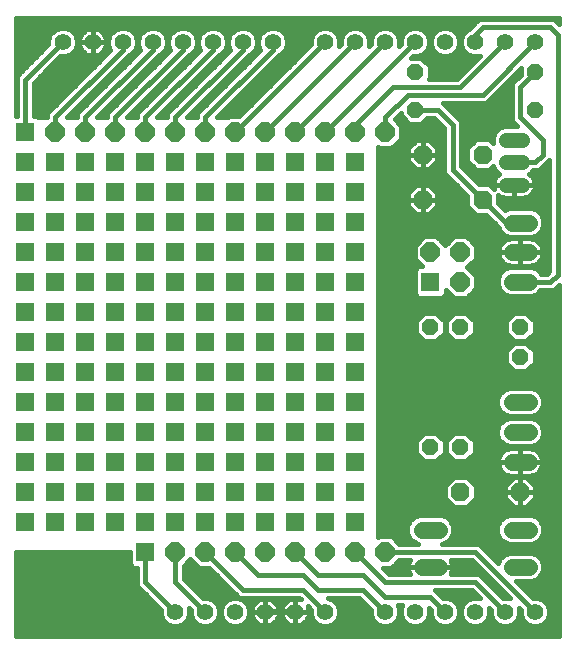
<source format=gbl>
G75*
G70*
%OFA0B0*%
%FSLAX24Y24*%
%IPPOS*%
%LPD*%
%AMOC8*
5,1,8,0,0,1.08239X$1,22.5*
%
%ADD10C,0.0555*%
%ADD11C,0.0560*%
%ADD12C,0.0516*%
%ADD13OC8,0.0560*%
%ADD14R,0.0640X0.0640*%
%ADD15OC8,0.0640*%
%ADD16OC8,0.0630*%
%ADD17R,0.0600X0.0600*%
%ADD18C,0.0200*%
%ADD19C,0.0160*%
%ADD20C,0.0400*%
D10*
X005681Y001343D03*
X006681Y001343D03*
X007681Y001343D03*
X008681Y001343D03*
X009681Y001343D03*
X010681Y001343D03*
X012681Y001343D03*
X013681Y001343D03*
X014681Y001343D03*
X015681Y001343D03*
X016681Y001343D03*
X017681Y001343D03*
X017681Y020343D03*
X016681Y020343D03*
X015681Y020343D03*
X014681Y020343D03*
X013681Y020343D03*
X012681Y020343D03*
X011681Y020343D03*
X010681Y020343D03*
X008931Y020343D03*
X007931Y020343D03*
X006931Y020343D03*
X005931Y020343D03*
X004931Y020343D03*
X003931Y020343D03*
X002931Y020343D03*
X001931Y020343D03*
D11*
X016912Y014326D02*
X017472Y014326D01*
X017472Y013342D02*
X016912Y013342D01*
X016912Y012358D02*
X017472Y012358D01*
X017461Y008343D02*
X016901Y008343D01*
X016901Y007343D02*
X017461Y007343D01*
X017461Y006343D02*
X016901Y006343D01*
X016901Y004093D02*
X017461Y004093D01*
X017461Y002843D02*
X016901Y002843D01*
X014461Y002843D02*
X013901Y002843D01*
X013901Y004093D02*
X014461Y004093D01*
D12*
X016723Y015591D02*
X017238Y015591D01*
X017238Y016343D02*
X016723Y016343D01*
X016723Y017091D02*
X017238Y017091D01*
D13*
X017681Y018093D03*
X017681Y019343D03*
X013681Y019343D03*
X013681Y018093D03*
X014181Y010843D03*
X015181Y010843D03*
X017181Y010843D03*
X017181Y009843D03*
X015181Y006843D03*
X014181Y006843D03*
D14*
X014181Y012343D03*
X000681Y017343D03*
X004681Y003343D03*
D15*
X005681Y003343D03*
X006681Y003343D03*
X007681Y003343D03*
X008681Y003343D03*
X009681Y003343D03*
X010681Y003343D03*
X011681Y003343D03*
X012681Y003343D03*
X015181Y012343D03*
X015181Y013343D03*
X014181Y013343D03*
X012681Y017343D03*
X011681Y017343D03*
X010681Y017343D03*
X009681Y017343D03*
X008681Y017343D03*
X007681Y017343D03*
X006681Y017343D03*
X005681Y017343D03*
X004681Y017343D03*
X003681Y017343D03*
X002681Y017343D03*
X001681Y017343D03*
D16*
X013931Y016593D03*
X015931Y016593D03*
X015931Y015093D03*
X013931Y015093D03*
X015181Y005343D03*
X017181Y005343D03*
D17*
X012681Y005343D03*
X011681Y005343D03*
X010681Y005343D03*
X009681Y005343D03*
X008681Y005343D03*
X007681Y005343D03*
X006681Y005343D03*
X005681Y005343D03*
X004681Y005343D03*
X003681Y005343D03*
X002681Y005343D03*
X001681Y005343D03*
X000681Y005343D03*
X000681Y004343D03*
X001681Y004343D03*
X002681Y004343D03*
X003681Y004343D03*
X004681Y004343D03*
X005681Y004343D03*
X006681Y004343D03*
X007681Y004343D03*
X008681Y004343D03*
X009681Y004343D03*
X010681Y004343D03*
X011681Y004343D03*
X012681Y004343D03*
X012681Y006343D03*
X011681Y006343D03*
X010681Y006343D03*
X009681Y006343D03*
X008681Y006343D03*
X007681Y006343D03*
X006681Y006343D03*
X005681Y006343D03*
X004681Y006343D03*
X003681Y006343D03*
X002681Y006343D03*
X001681Y006343D03*
X000681Y006343D03*
X000681Y007343D03*
X001681Y007343D03*
X002681Y007343D03*
X003681Y007343D03*
X004681Y007343D03*
X005681Y007343D03*
X006681Y007343D03*
X007681Y007343D03*
X008681Y007343D03*
X009681Y007343D03*
X010681Y007343D03*
X011681Y007343D03*
X012681Y007343D03*
X012681Y008343D03*
X011681Y008343D03*
X010681Y008343D03*
X009681Y008343D03*
X008681Y008343D03*
X007681Y008343D03*
X006681Y008343D03*
X005681Y008343D03*
X004681Y008343D03*
X003681Y008343D03*
X002681Y008343D03*
X001681Y008343D03*
X000681Y008343D03*
X000681Y009343D03*
X001681Y009343D03*
X002681Y009343D03*
X003681Y009343D03*
X004681Y009343D03*
X005681Y009343D03*
X006681Y009343D03*
X007681Y009343D03*
X008681Y009343D03*
X009681Y009343D03*
X010681Y009343D03*
X011681Y009343D03*
X012681Y009343D03*
X012681Y010343D03*
X011681Y010343D03*
X010681Y010343D03*
X009681Y010343D03*
X008681Y010343D03*
X007681Y010343D03*
X006681Y010343D03*
X005681Y010343D03*
X004681Y010343D03*
X003681Y010343D03*
X002681Y010343D03*
X001681Y010343D03*
X000681Y010343D03*
X000681Y011343D03*
X001681Y011343D03*
X002681Y011343D03*
X003681Y011343D03*
X004681Y011343D03*
X005681Y011343D03*
X006681Y011343D03*
X007681Y011343D03*
X008681Y011343D03*
X009681Y011343D03*
X010681Y011343D03*
X011681Y011343D03*
X012681Y011343D03*
X012681Y012343D03*
X011681Y012343D03*
X010681Y012343D03*
X009681Y012343D03*
X008681Y012343D03*
X007681Y012343D03*
X006681Y012343D03*
X005681Y012343D03*
X004681Y012343D03*
X003681Y012343D03*
X002681Y012343D03*
X001681Y012343D03*
X000681Y012343D03*
X000681Y013343D03*
X001681Y013343D03*
X002681Y013343D03*
X003681Y013343D03*
X004681Y013343D03*
X005681Y013343D03*
X006681Y013343D03*
X007681Y013343D03*
X008681Y013343D03*
X009681Y013343D03*
X010681Y013343D03*
X011681Y013343D03*
X012681Y013343D03*
X012681Y014343D03*
X011681Y014343D03*
X010681Y014343D03*
X009681Y014343D03*
X008681Y014343D03*
X007681Y014343D03*
X006681Y014343D03*
X005681Y014343D03*
X004681Y014343D03*
X003681Y014343D03*
X002681Y014343D03*
X001681Y014343D03*
X000681Y014343D03*
X000681Y015343D03*
X001681Y015343D03*
X002681Y015343D03*
X003681Y015343D03*
X004681Y015343D03*
X005681Y015343D03*
X006681Y015343D03*
X007681Y015343D03*
X008681Y015343D03*
X009681Y015343D03*
X010681Y015343D03*
X011681Y015343D03*
X012681Y015343D03*
X012681Y016343D03*
X011681Y016343D03*
X010681Y016343D03*
X009681Y016343D03*
X008681Y016343D03*
X007681Y016343D03*
X006681Y016343D03*
X005681Y016343D03*
X004681Y016343D03*
X003681Y016343D03*
X002681Y016343D03*
X001681Y016343D03*
X000681Y016343D03*
D18*
X008681Y001343D02*
X009681Y001343D01*
D19*
X000381Y000543D02*
X000381Y003343D01*
X004161Y003343D01*
X004161Y002940D01*
X004279Y002823D01*
X004401Y002823D01*
X004401Y002398D01*
X004401Y002287D01*
X004444Y002184D01*
X005204Y001424D01*
X005204Y001248D01*
X005277Y001072D01*
X005411Y000938D01*
X005586Y000865D01*
X005776Y000865D01*
X005952Y000938D01*
X006086Y001072D01*
X006159Y001248D01*
X006159Y001438D01*
X006136Y001492D01*
X006204Y001424D01*
X006204Y001248D01*
X006277Y001072D01*
X006411Y000938D01*
X006586Y000865D01*
X006776Y000865D01*
X006952Y000938D01*
X007086Y001072D01*
X007159Y001248D01*
X007159Y001438D01*
X007086Y001613D01*
X006952Y001747D01*
X006776Y001820D01*
X006600Y001820D01*
X005961Y002459D01*
X005961Y002887D01*
X006181Y003107D01*
X006466Y002823D01*
X006805Y002823D01*
X007773Y001855D01*
X007876Y001813D01*
X007987Y001813D01*
X009815Y001813D01*
X009866Y001762D01*
X009857Y001767D01*
X009789Y001789D01*
X009717Y001800D01*
X009682Y001800D01*
X009682Y001343D01*
X010139Y001343D01*
X010139Y001379D01*
X010128Y001450D01*
X010105Y001518D01*
X010101Y001528D01*
X010204Y001424D01*
X010204Y001248D01*
X010277Y001072D01*
X010411Y000938D01*
X010586Y000865D01*
X010776Y000865D01*
X010952Y000938D01*
X011086Y001072D01*
X011159Y001248D01*
X011159Y001438D01*
X011086Y001613D01*
X010952Y001747D01*
X010794Y001813D01*
X011815Y001813D01*
X012204Y001424D01*
X012204Y001248D01*
X012277Y001072D01*
X012411Y000938D01*
X012586Y000865D01*
X012776Y000865D01*
X012952Y000938D01*
X013086Y001072D01*
X013159Y001248D01*
X013159Y001438D01*
X013107Y001563D01*
X013256Y001563D01*
X013204Y001438D01*
X013204Y001248D01*
X013277Y001072D01*
X013411Y000938D01*
X013586Y000865D01*
X013776Y000865D01*
X013952Y000938D01*
X014086Y001072D01*
X014159Y001248D01*
X014159Y001438D01*
X014136Y001492D01*
X014204Y001424D01*
X014204Y001248D01*
X014277Y001072D01*
X014411Y000938D01*
X014586Y000865D01*
X014776Y000865D01*
X014952Y000938D01*
X015086Y001072D01*
X015159Y001248D01*
X015159Y001438D01*
X015086Y001613D01*
X014952Y001747D01*
X014776Y001820D01*
X014600Y001820D01*
X014419Y002001D01*
X014357Y002063D01*
X015565Y002063D01*
X015830Y001798D01*
X015776Y001820D01*
X015586Y001820D01*
X015411Y001747D01*
X015277Y001613D01*
X015204Y001438D01*
X015204Y001248D01*
X015277Y001072D01*
X015411Y000938D01*
X015586Y000865D01*
X015776Y000865D01*
X015952Y000938D01*
X016086Y001072D01*
X016159Y001248D01*
X016159Y001438D01*
X016136Y001492D01*
X016204Y001424D01*
X016204Y001248D01*
X016277Y001072D01*
X016411Y000938D01*
X016586Y000865D01*
X016776Y000865D01*
X016952Y000938D01*
X017086Y001072D01*
X017159Y001248D01*
X017159Y001438D01*
X017136Y001492D01*
X017204Y001424D01*
X017204Y001248D01*
X017277Y001072D01*
X017411Y000938D01*
X017586Y000865D01*
X017776Y000865D01*
X017952Y000938D01*
X018086Y001072D01*
X018159Y001248D01*
X018159Y001438D01*
X018086Y001613D01*
X017952Y001747D01*
X017776Y001820D01*
X017600Y001820D01*
X017057Y002363D01*
X017557Y002363D01*
X017733Y002436D01*
X017868Y002571D01*
X017941Y002747D01*
X017941Y002938D01*
X017868Y003115D01*
X017733Y003250D01*
X017557Y003323D01*
X016806Y003323D01*
X016629Y003250D01*
X016494Y003115D01*
X016439Y002981D01*
X015919Y003501D01*
X015840Y003580D01*
X015737Y003623D01*
X014581Y003623D01*
X014733Y003686D01*
X014868Y003821D01*
X014941Y003997D01*
X014941Y004188D01*
X014868Y004365D01*
X014733Y004500D01*
X014557Y004573D01*
X013806Y004573D01*
X013629Y004500D01*
X013494Y004365D01*
X013421Y004188D01*
X013421Y003997D01*
X013494Y003821D01*
X013629Y003686D01*
X013782Y003623D01*
X013137Y003623D01*
X012897Y003863D01*
X012466Y003863D01*
X012431Y003828D01*
X012431Y016857D01*
X012466Y016823D01*
X012897Y016823D01*
X013201Y017127D01*
X013201Y017558D01*
X012997Y017762D01*
X013201Y017967D01*
X013201Y017894D01*
X013483Y017613D01*
X013880Y017613D01*
X014080Y017813D01*
X014315Y017813D01*
X014651Y017477D01*
X014651Y016148D01*
X014651Y016037D01*
X014694Y015934D01*
X015416Y015212D01*
X015416Y014879D01*
X015718Y014578D01*
X016050Y014578D01*
X016456Y014172D01*
X016505Y014055D01*
X016640Y013920D01*
X016816Y013846D01*
X017567Y013846D01*
X017744Y013920D01*
X017879Y014055D01*
X017952Y014231D01*
X017952Y014422D01*
X017879Y014598D01*
X017744Y014733D01*
X017567Y014806D01*
X016816Y014806D01*
X016673Y014747D01*
X016446Y014974D01*
X016446Y015250D01*
X016493Y015216D01*
X016555Y015185D01*
X016620Y015164D01*
X016688Y015153D01*
X016980Y015153D01*
X016980Y015590D01*
X016981Y015590D01*
X016981Y015153D01*
X017273Y015153D01*
X017341Y015164D01*
X017406Y015185D01*
X017468Y015216D01*
X017524Y015257D01*
X017572Y015305D01*
X017613Y015361D01*
X017644Y015423D01*
X017665Y015488D01*
X017676Y015556D01*
X017676Y015590D01*
X016981Y015590D01*
X016981Y015591D01*
X017676Y015591D01*
X017676Y015625D01*
X017665Y015693D01*
X017644Y015759D01*
X017613Y015820D01*
X017572Y015876D01*
X017524Y015925D01*
X017488Y015951D01*
X017498Y015955D01*
X017606Y016063D01*
X017626Y016063D01*
X017737Y016063D01*
X017840Y016105D01*
X018090Y016355D01*
X018151Y016417D01*
X018151Y012709D01*
X017800Y012709D01*
X017744Y012765D02*
X017567Y012838D01*
X016816Y012838D01*
X016640Y012765D01*
X016505Y012630D01*
X016432Y012453D01*
X016432Y012262D01*
X016505Y012086D01*
X016640Y011951D01*
X016816Y011878D01*
X017567Y011878D01*
X017744Y011951D01*
X017855Y012063D01*
X018237Y012063D01*
X018340Y012105D01*
X018419Y012184D01*
X018481Y012247D01*
X018481Y000543D01*
X000381Y000543D01*
X000381Y000660D02*
X018481Y000660D01*
X018481Y000818D02*
X000381Y000818D01*
X000381Y000977D02*
X005372Y000977D01*
X005250Y001135D02*
X000381Y001135D01*
X000381Y001294D02*
X005204Y001294D01*
X005176Y001452D02*
X000381Y001452D01*
X000381Y001611D02*
X005017Y001611D01*
X004859Y001770D02*
X000381Y001770D01*
X000381Y001928D02*
X004700Y001928D01*
X004541Y002087D02*
X000381Y002087D01*
X000381Y002245D02*
X004419Y002245D01*
X004401Y002404D02*
X000381Y002404D01*
X000381Y002562D02*
X004401Y002562D01*
X004401Y002721D02*
X000381Y002721D01*
X000381Y002879D02*
X004222Y002879D01*
X004161Y003038D02*
X000381Y003038D01*
X000381Y003196D02*
X004161Y003196D01*
X004681Y003343D02*
X004681Y002343D01*
X005681Y001343D01*
X006112Y001135D02*
X006250Y001135D01*
X006204Y001294D02*
X006159Y001294D01*
X006153Y001452D02*
X006176Y001452D01*
X006681Y001343D02*
X005681Y002343D01*
X005681Y003343D01*
X006112Y003038D02*
X006251Y003038D01*
X006409Y002879D02*
X005961Y002879D01*
X005961Y002721D02*
X006907Y002721D01*
X007066Y002562D02*
X005961Y002562D01*
X006016Y002404D02*
X007224Y002404D01*
X007383Y002245D02*
X006175Y002245D01*
X006333Y002087D02*
X007541Y002087D01*
X007700Y001928D02*
X006492Y001928D01*
X006898Y001770D02*
X007464Y001770D01*
X007411Y001747D02*
X007586Y001820D01*
X007776Y001820D01*
X007952Y001747D01*
X008086Y001613D01*
X008159Y001438D01*
X008159Y001248D01*
X008086Y001072D01*
X007952Y000938D01*
X007776Y000865D01*
X007586Y000865D01*
X007411Y000938D01*
X007277Y001072D01*
X007204Y001248D01*
X007204Y001438D01*
X007277Y001613D01*
X007411Y001747D01*
X007276Y001611D02*
X007087Y001611D01*
X007153Y001452D02*
X007210Y001452D01*
X007204Y001294D02*
X007159Y001294D01*
X007112Y001135D02*
X007250Y001135D01*
X007372Y000977D02*
X006991Y000977D01*
X006372Y000977D02*
X005991Y000977D01*
X007991Y000977D02*
X008407Y000977D01*
X008383Y000994D02*
X008442Y000951D01*
X008506Y000919D01*
X008574Y000896D01*
X008645Y000885D01*
X008681Y000885D01*
X008681Y001342D01*
X008682Y001342D01*
X008682Y001343D01*
X009139Y001343D01*
X009139Y001379D01*
X009128Y001450D01*
X009105Y001518D01*
X009073Y001582D01*
X009030Y001641D01*
X008979Y001692D01*
X008921Y001734D01*
X008857Y001767D01*
X008789Y001789D01*
X008717Y001800D01*
X008682Y001800D01*
X008682Y001343D01*
X008681Y001343D01*
X008681Y001342D01*
X008224Y001342D01*
X008224Y001307D01*
X008235Y001236D01*
X008257Y001167D01*
X008290Y001103D01*
X008332Y001045D01*
X008383Y000994D01*
X008274Y001135D02*
X008112Y001135D01*
X008159Y001294D02*
X008226Y001294D01*
X008224Y001343D02*
X008681Y001343D01*
X008681Y001800D01*
X008645Y001800D01*
X008574Y001789D01*
X008506Y001767D01*
X008442Y001734D01*
X008383Y001692D01*
X008332Y001641D01*
X008290Y001582D01*
X008257Y001518D01*
X008235Y001450D01*
X008224Y001379D01*
X008224Y001343D01*
X008236Y001452D02*
X008153Y001452D01*
X008087Y001611D02*
X008311Y001611D01*
X008515Y001770D02*
X007898Y001770D01*
X007931Y002093D02*
X006681Y003343D01*
X007681Y003343D02*
X008431Y002593D01*
X009931Y002593D01*
X010431Y002093D01*
X011931Y002093D01*
X012681Y001343D01*
X013112Y001135D02*
X013250Y001135D01*
X013204Y001294D02*
X013159Y001294D01*
X013153Y001452D02*
X013210Y001452D01*
X013372Y000977D02*
X012991Y000977D01*
X012372Y000977D02*
X010991Y000977D01*
X011112Y001135D02*
X012250Y001135D01*
X012204Y001294D02*
X011159Y001294D01*
X011153Y001452D02*
X012176Y001452D01*
X012017Y001611D02*
X011087Y001611D01*
X010898Y001770D02*
X011859Y001770D01*
X012681Y001843D02*
X011931Y002593D01*
X010431Y002593D01*
X009681Y003343D01*
X011681Y003343D02*
X012681Y002343D01*
X015681Y002343D01*
X016681Y001343D01*
X016250Y001135D02*
X016112Y001135D01*
X016159Y001294D02*
X016204Y001294D01*
X016176Y001452D02*
X016153Y001452D01*
X015991Y000977D02*
X016372Y000977D01*
X016991Y000977D02*
X017372Y000977D01*
X017250Y001135D02*
X017112Y001135D01*
X017159Y001294D02*
X017204Y001294D01*
X017176Y001452D02*
X017153Y001452D01*
X017681Y001343D02*
X015681Y003343D01*
X012681Y003343D01*
X013112Y003038D02*
X013485Y003038D01*
X013475Y003019D02*
X013453Y002950D01*
X013441Y002879D01*
X013441Y002843D01*
X014181Y002843D01*
X014181Y002842D01*
X013441Y002842D01*
X013441Y002806D01*
X013453Y002735D01*
X013475Y002666D01*
X013497Y002623D01*
X012797Y002623D01*
X012597Y002823D01*
X012897Y002823D01*
X013137Y003063D01*
X013497Y003063D01*
X013475Y003019D01*
X013442Y002879D02*
X012953Y002879D01*
X012699Y002721D02*
X013457Y002721D01*
X014182Y002842D02*
X014182Y002843D01*
X014921Y002843D01*
X014921Y002879D01*
X014910Y002950D01*
X014888Y003019D01*
X014866Y003063D01*
X015565Y003063D01*
X016830Y001798D01*
X016776Y001820D01*
X016600Y001820D01*
X015919Y002501D01*
X015840Y002580D01*
X015737Y002623D01*
X014866Y002623D01*
X014888Y002666D01*
X014910Y002735D01*
X014921Y002806D01*
X014921Y002842D01*
X014182Y002842D01*
X014878Y003038D02*
X015590Y003038D01*
X015749Y002879D02*
X014921Y002879D01*
X014905Y002721D02*
X015907Y002721D01*
X015858Y002562D02*
X016066Y002562D01*
X016016Y002404D02*
X016224Y002404D01*
X016175Y002245D02*
X016383Y002245D01*
X016333Y002087D02*
X016541Y002087D01*
X016492Y001928D02*
X016700Y001928D01*
X017175Y002245D02*
X018481Y002245D01*
X018481Y002087D02*
X017333Y002087D01*
X017492Y001928D02*
X018481Y001928D01*
X018481Y001770D02*
X017898Y001770D01*
X018087Y001611D02*
X018481Y001611D01*
X018481Y001452D02*
X018153Y001452D01*
X018159Y001294D02*
X018481Y001294D01*
X018481Y001135D02*
X018112Y001135D01*
X017991Y000977D02*
X018481Y000977D01*
X018481Y002404D02*
X017656Y002404D01*
X017860Y002562D02*
X018481Y002562D01*
X018481Y002721D02*
X017930Y002721D01*
X017941Y002879D02*
X018481Y002879D01*
X018481Y003038D02*
X017900Y003038D01*
X017786Y003196D02*
X018481Y003196D01*
X018481Y003355D02*
X016065Y003355D01*
X015906Y003514D02*
X018481Y003514D01*
X018481Y003672D02*
X017700Y003672D01*
X017733Y003686D02*
X017868Y003821D01*
X017941Y003997D01*
X017941Y004188D01*
X017868Y004365D01*
X017733Y004500D01*
X017557Y004573D01*
X016806Y004573D01*
X016629Y004500D01*
X016494Y004365D01*
X016421Y004188D01*
X016421Y003997D01*
X016494Y003821D01*
X016629Y003686D01*
X016806Y003613D01*
X017557Y003613D01*
X017733Y003686D01*
X017872Y003831D02*
X018481Y003831D01*
X018481Y003989D02*
X017938Y003989D01*
X017941Y004148D02*
X018481Y004148D01*
X018481Y004306D02*
X017892Y004306D01*
X017768Y004465D02*
X018481Y004465D01*
X018481Y004623D02*
X012431Y004623D01*
X012431Y004465D02*
X013595Y004465D01*
X013470Y004306D02*
X012431Y004306D01*
X012431Y004148D02*
X013421Y004148D01*
X013425Y003989D02*
X012431Y003989D01*
X012431Y003831D02*
X012434Y003831D01*
X012929Y003831D02*
X013490Y003831D01*
X013662Y003672D02*
X013087Y003672D01*
X014700Y003672D02*
X016662Y003672D01*
X016490Y003831D02*
X014872Y003831D01*
X014938Y003989D02*
X016425Y003989D01*
X016421Y004148D02*
X014941Y004148D01*
X014892Y004306D02*
X016470Y004306D01*
X016595Y004465D02*
X014768Y004465D01*
X014968Y004828D02*
X015395Y004828D01*
X015696Y005129D01*
X015696Y005556D01*
X015395Y005858D01*
X014968Y005858D01*
X014666Y005556D01*
X014666Y005129D01*
X014968Y004828D01*
X014855Y004940D02*
X012431Y004940D01*
X012431Y004782D02*
X018481Y004782D01*
X018481Y004940D02*
X017479Y004940D01*
X017386Y004848D02*
X017676Y005138D01*
X017676Y005342D01*
X017182Y005342D01*
X017182Y005343D01*
X017676Y005343D01*
X017676Y005548D01*
X017386Y005838D01*
X017182Y005838D01*
X017182Y005343D01*
X017181Y005343D01*
X017181Y005342D01*
X017182Y005342D01*
X017182Y004848D01*
X017386Y004848D01*
X017181Y004848D02*
X017181Y005342D01*
X016686Y005342D01*
X016686Y005138D01*
X016976Y004848D01*
X017181Y004848D01*
X017181Y004940D02*
X017182Y004940D01*
X017181Y005099D02*
X017182Y005099D01*
X017181Y005258D02*
X017182Y005258D01*
X017181Y005343D02*
X016686Y005343D01*
X016686Y005548D01*
X016976Y005838D01*
X017181Y005838D01*
X017181Y005343D01*
X017181Y005416D02*
X017182Y005416D01*
X017181Y005575D02*
X017182Y005575D01*
X017181Y005733D02*
X017182Y005733D01*
X017181Y005883D02*
X016865Y005883D01*
X016794Y005894D01*
X016725Y005916D01*
X016660Y005949D01*
X016602Y005992D01*
X016551Y006043D01*
X016508Y006102D01*
X016475Y006166D01*
X016453Y006235D01*
X016441Y006306D01*
X016441Y006342D01*
X017181Y006342D01*
X017182Y006342D01*
X017182Y006343D01*
X017921Y006343D01*
X017921Y006379D01*
X017910Y006450D01*
X017888Y006519D01*
X017855Y006584D01*
X017812Y006642D01*
X017761Y006694D01*
X017702Y006736D01*
X017638Y006769D01*
X017569Y006791D01*
X017498Y006803D01*
X017182Y006803D01*
X017182Y006343D01*
X017181Y006343D01*
X017181Y006342D01*
X017181Y005883D01*
X017182Y005883D02*
X017498Y005883D01*
X017569Y005894D01*
X017638Y005916D01*
X017702Y005949D01*
X017761Y005992D01*
X017812Y006043D01*
X017855Y006102D01*
X017888Y006166D01*
X017910Y006235D01*
X017921Y006306D01*
X017921Y006342D01*
X017182Y006342D01*
X017182Y005883D01*
X017181Y005892D02*
X017182Y005892D01*
X017181Y006050D02*
X017182Y006050D01*
X017181Y006209D02*
X017182Y006209D01*
X017181Y006343D02*
X016441Y006343D01*
X016441Y006379D01*
X016453Y006450D01*
X016475Y006519D01*
X016508Y006584D01*
X016551Y006642D01*
X016602Y006694D01*
X016660Y006736D01*
X016725Y006769D01*
X016794Y006791D01*
X016865Y006803D01*
X017181Y006803D01*
X017181Y006343D01*
X017181Y006367D02*
X017182Y006367D01*
X017181Y006526D02*
X017182Y006526D01*
X017181Y006684D02*
X017182Y006684D01*
X017557Y006863D02*
X017733Y006936D01*
X017868Y007071D01*
X017941Y007247D01*
X017941Y007438D01*
X017868Y007615D01*
X017733Y007750D01*
X017557Y007823D01*
X016806Y007823D01*
X016629Y007750D01*
X016494Y007615D01*
X016421Y007438D01*
X016421Y007247D01*
X016494Y007071D01*
X016629Y006936D01*
X016806Y006863D01*
X017557Y006863D01*
X017770Y006684D02*
X018481Y006684D01*
X018481Y006526D02*
X017884Y006526D01*
X017921Y006367D02*
X018481Y006367D01*
X018481Y006209D02*
X017902Y006209D01*
X017817Y006050D02*
X018481Y006050D01*
X018481Y005892D02*
X017554Y005892D01*
X017491Y005733D02*
X018481Y005733D01*
X018481Y005575D02*
X017649Y005575D01*
X017676Y005416D02*
X018481Y005416D01*
X018481Y005258D02*
X017676Y005258D01*
X017638Y005099D02*
X018481Y005099D01*
X016884Y004940D02*
X015507Y004940D01*
X015666Y005099D02*
X016725Y005099D01*
X016686Y005258D02*
X015696Y005258D01*
X015696Y005416D02*
X016686Y005416D01*
X016713Y005575D02*
X015678Y005575D01*
X015519Y005733D02*
X016872Y005733D01*
X016808Y005892D02*
X012431Y005892D01*
X012431Y006050D02*
X016545Y006050D01*
X016461Y006209D02*
X012431Y006209D01*
X012431Y006367D02*
X013978Y006367D01*
X013983Y006363D02*
X014380Y006363D01*
X014661Y006644D01*
X014661Y007041D01*
X014380Y007323D01*
X013983Y007323D01*
X013701Y007041D01*
X013701Y006644D01*
X013983Y006363D01*
X013819Y006526D02*
X012431Y006526D01*
X012431Y006684D02*
X013701Y006684D01*
X013701Y006843D02*
X012431Y006843D01*
X012431Y007001D02*
X013701Y007001D01*
X013820Y007160D02*
X012431Y007160D01*
X012431Y007319D02*
X013979Y007319D01*
X014384Y007319D02*
X014979Y007319D01*
X014983Y007323D02*
X014701Y007041D01*
X014701Y006644D01*
X014983Y006363D01*
X015380Y006363D01*
X015661Y006644D01*
X015661Y007041D01*
X015380Y007323D01*
X014983Y007323D01*
X014820Y007160D02*
X014543Y007160D01*
X014661Y007001D02*
X014701Y007001D01*
X014701Y006843D02*
X014661Y006843D01*
X014661Y006684D02*
X014701Y006684D01*
X014819Y006526D02*
X014543Y006526D01*
X014385Y006367D02*
X014978Y006367D01*
X015385Y006367D02*
X016441Y006367D01*
X016479Y006526D02*
X015543Y006526D01*
X015661Y006684D02*
X016593Y006684D01*
X016564Y007001D02*
X015661Y007001D01*
X015661Y006843D02*
X018481Y006843D01*
X018481Y007001D02*
X017799Y007001D01*
X017905Y007160D02*
X018481Y007160D01*
X018481Y007319D02*
X017941Y007319D01*
X017925Y007477D02*
X018481Y007477D01*
X018481Y007636D02*
X017847Y007636D01*
X017626Y007794D02*
X018481Y007794D01*
X018481Y007953D02*
X017750Y007953D01*
X017733Y007936D02*
X017868Y008071D01*
X017941Y008247D01*
X017941Y008438D01*
X017868Y008615D01*
X017733Y008750D01*
X017557Y008823D01*
X016806Y008823D01*
X016629Y008750D01*
X016494Y008615D01*
X016421Y008438D01*
X016421Y008247D01*
X016494Y008071D01*
X016629Y007936D01*
X016806Y007863D01*
X017557Y007863D01*
X017733Y007936D01*
X017885Y008111D02*
X018481Y008111D01*
X018481Y008270D02*
X017941Y008270D01*
X017941Y008428D02*
X018481Y008428D01*
X018481Y008587D02*
X017880Y008587D01*
X017737Y008745D02*
X018481Y008745D01*
X018481Y008904D02*
X012431Y008904D01*
X012431Y008745D02*
X016625Y008745D01*
X016483Y008587D02*
X012431Y008587D01*
X012431Y008428D02*
X016421Y008428D01*
X016421Y008270D02*
X012431Y008270D01*
X012431Y008111D02*
X016478Y008111D01*
X016612Y007953D02*
X012431Y007953D01*
X012431Y007794D02*
X016737Y007794D01*
X016516Y007636D02*
X012431Y007636D01*
X012431Y007477D02*
X016438Y007477D01*
X016421Y007319D02*
X015384Y007319D01*
X015543Y007160D02*
X016457Y007160D01*
X014844Y005733D02*
X012431Y005733D01*
X012431Y005575D02*
X014685Y005575D01*
X014666Y005416D02*
X012431Y005416D01*
X012431Y005258D02*
X014666Y005258D01*
X014697Y005099D02*
X012431Y005099D01*
X016224Y003196D02*
X016576Y003196D01*
X016463Y003038D02*
X016382Y003038D01*
X015700Y001928D02*
X014492Y001928D01*
X014181Y001843D02*
X012681Y001843D01*
X014112Y001135D02*
X014250Y001135D01*
X014204Y001294D02*
X014159Y001294D01*
X014153Y001452D02*
X014176Y001452D01*
X014181Y001843D02*
X014681Y001343D01*
X015112Y001135D02*
X015250Y001135D01*
X015204Y001294D02*
X015159Y001294D01*
X015153Y001452D02*
X015210Y001452D01*
X015276Y001611D02*
X015087Y001611D01*
X014898Y001770D02*
X015464Y001770D01*
X015372Y000977D02*
X014991Y000977D01*
X014372Y000977D02*
X013991Y000977D01*
X010681Y001343D02*
X009931Y002093D01*
X007931Y002093D01*
X008681Y001770D02*
X008682Y001770D01*
X008681Y001611D02*
X008682Y001611D01*
X008681Y001452D02*
X008682Y001452D01*
X008682Y001342D02*
X009139Y001342D01*
X009139Y001307D01*
X009128Y001236D01*
X009105Y001167D01*
X009073Y001103D01*
X009030Y001045D01*
X008979Y000994D01*
X008921Y000951D01*
X008857Y000919D01*
X008789Y000896D01*
X008717Y000885D01*
X008682Y000885D01*
X008682Y001342D01*
X008681Y001294D02*
X008682Y001294D01*
X008681Y001135D02*
X008682Y001135D01*
X008681Y000977D02*
X008682Y000977D01*
X008956Y000977D02*
X009407Y000977D01*
X009383Y000994D02*
X009442Y000951D01*
X009506Y000919D01*
X009574Y000896D01*
X009645Y000885D01*
X009681Y000885D01*
X009681Y001342D01*
X009682Y001342D01*
X009682Y001343D01*
X009681Y001343D01*
X009681Y001342D01*
X009224Y001342D01*
X009224Y001307D01*
X009235Y001236D01*
X009257Y001167D01*
X009290Y001103D01*
X009332Y001045D01*
X009383Y000994D01*
X009274Y001135D02*
X009089Y001135D01*
X009137Y001294D02*
X009226Y001294D01*
X009224Y001343D02*
X009681Y001343D01*
X009681Y001800D01*
X009645Y001800D01*
X009574Y001789D01*
X009506Y001767D01*
X009442Y001734D01*
X009383Y001692D01*
X009332Y001641D01*
X009290Y001582D01*
X009257Y001518D01*
X009235Y001450D01*
X009224Y001379D01*
X009224Y001343D01*
X009236Y001452D02*
X009127Y001452D01*
X009052Y001611D02*
X009311Y001611D01*
X009515Y001770D02*
X008848Y001770D01*
X009681Y001770D02*
X009682Y001770D01*
X009681Y001611D02*
X009682Y001611D01*
X009681Y001452D02*
X009682Y001452D01*
X009682Y001342D02*
X010139Y001342D01*
X010139Y001307D01*
X010128Y001236D01*
X010105Y001167D01*
X010073Y001103D01*
X010030Y001045D01*
X009979Y000994D01*
X009921Y000951D01*
X009857Y000919D01*
X009789Y000896D01*
X009717Y000885D01*
X009682Y000885D01*
X009682Y001342D01*
X009681Y001294D02*
X009682Y001294D01*
X009681Y001135D02*
X009682Y001135D01*
X009681Y000977D02*
X009682Y000977D01*
X009956Y000977D02*
X010372Y000977D01*
X010250Y001135D02*
X010089Y001135D01*
X010137Y001294D02*
X010204Y001294D01*
X010176Y001452D02*
X010127Y001452D01*
X009859Y001770D02*
X009848Y001770D01*
X012431Y009063D02*
X018481Y009063D01*
X018481Y009221D02*
X012431Y009221D01*
X012431Y009380D02*
X016966Y009380D01*
X016983Y009363D02*
X017380Y009363D01*
X017661Y009644D01*
X017661Y010041D01*
X017380Y010323D01*
X016983Y010323D01*
X016701Y010041D01*
X016701Y009644D01*
X016983Y009363D01*
X016807Y009538D02*
X012431Y009538D01*
X012431Y009697D02*
X016701Y009697D01*
X016701Y009855D02*
X012431Y009855D01*
X012431Y010014D02*
X016701Y010014D01*
X016832Y010172D02*
X012431Y010172D01*
X012431Y010331D02*
X018481Y010331D01*
X018481Y010489D02*
X017507Y010489D01*
X017380Y010363D02*
X017661Y010644D01*
X017661Y011041D01*
X017380Y011323D01*
X016983Y011323D01*
X016701Y011041D01*
X016701Y010644D01*
X016983Y010363D01*
X017380Y010363D01*
X017530Y010172D02*
X018481Y010172D01*
X018481Y010014D02*
X017661Y010014D01*
X017661Y009855D02*
X018481Y009855D01*
X018481Y009697D02*
X017661Y009697D01*
X017556Y009538D02*
X018481Y009538D01*
X018481Y009380D02*
X017397Y009380D01*
X016856Y010489D02*
X015507Y010489D01*
X015380Y010363D02*
X015661Y010644D01*
X015661Y011041D01*
X015380Y011323D01*
X014983Y011323D01*
X014701Y011041D01*
X014701Y010644D01*
X014983Y010363D01*
X015380Y010363D01*
X015661Y010648D02*
X016701Y010648D01*
X016701Y010807D02*
X015661Y010807D01*
X015661Y010965D02*
X016701Y010965D01*
X016784Y011124D02*
X015579Y011124D01*
X015421Y011282D02*
X016942Y011282D01*
X017421Y011282D02*
X018481Y011282D01*
X018481Y011124D02*
X017579Y011124D01*
X017661Y010965D02*
X018481Y010965D01*
X018481Y010807D02*
X017661Y010807D01*
X017661Y010648D02*
X018481Y010648D01*
X018481Y011441D02*
X012431Y011441D01*
X012431Y011599D02*
X018481Y011599D01*
X018481Y011758D02*
X012431Y011758D01*
X012431Y011916D02*
X013685Y011916D01*
X013661Y011940D02*
X013779Y011823D01*
X014584Y011823D01*
X014701Y011940D01*
X014701Y012087D01*
X014966Y011823D01*
X015397Y011823D01*
X015701Y012127D01*
X015701Y012558D01*
X015417Y012843D01*
X015701Y013127D01*
X015701Y013558D01*
X015397Y013863D01*
X014966Y013863D01*
X014681Y013578D01*
X014397Y013863D01*
X013966Y013863D01*
X013661Y013558D01*
X013661Y013127D01*
X013926Y012863D01*
X013779Y012863D01*
X013661Y012746D01*
X013661Y011940D01*
X013661Y012075D02*
X012431Y012075D01*
X012431Y012233D02*
X013661Y012233D01*
X013661Y012392D02*
X012431Y012392D01*
X012431Y012551D02*
X013661Y012551D01*
X013661Y012709D02*
X012431Y012709D01*
X012431Y012868D02*
X013921Y012868D01*
X013763Y013026D02*
X012431Y013026D01*
X012431Y013185D02*
X013661Y013185D01*
X013661Y013343D02*
X012431Y013343D01*
X012431Y013502D02*
X013661Y013502D01*
X013764Y013660D02*
X012431Y013660D01*
X012431Y013819D02*
X013922Y013819D01*
X014441Y013819D02*
X014922Y013819D01*
X014764Y013660D02*
X014599Y013660D01*
X015441Y013819D02*
X018151Y013819D01*
X018151Y013977D02*
X017802Y013977D01*
X017912Y014136D02*
X018151Y014136D01*
X018151Y014294D02*
X017952Y014294D01*
X017939Y014453D02*
X018151Y014453D01*
X018151Y014612D02*
X017866Y014612D01*
X017655Y014770D02*
X018151Y014770D01*
X018151Y014929D02*
X016491Y014929D01*
X016446Y015087D02*
X018151Y015087D01*
X018151Y015246D02*
X017508Y015246D01*
X017635Y015404D02*
X018151Y015404D01*
X018151Y015563D02*
X017676Y015563D01*
X017656Y015721D02*
X018151Y015721D01*
X018151Y015880D02*
X017568Y015880D01*
X017582Y016038D02*
X018151Y016038D01*
X018151Y016197D02*
X017932Y016197D01*
X018090Y016356D02*
X018151Y016356D01*
X017931Y016593D02*
X017681Y016343D01*
X016981Y016343D01*
X016473Y015951D02*
X016438Y015925D01*
X016389Y015876D01*
X016348Y015820D01*
X016317Y015759D01*
X016296Y015693D01*
X016285Y015625D01*
X016285Y015591D01*
X016980Y015591D01*
X016980Y015590D01*
X016285Y015590D01*
X016285Y015556D01*
X016296Y015488D01*
X016311Y015441D01*
X016145Y015608D01*
X015812Y015608D01*
X015211Y016209D01*
X015211Y017648D01*
X015169Y017751D01*
X015090Y017830D01*
X014607Y018313D01*
X015987Y018313D01*
X016090Y018355D01*
X016169Y018434D01*
X017201Y019467D01*
X017201Y019259D01*
X016944Y019001D01*
X016901Y018898D01*
X016901Y018787D01*
X016901Y017898D01*
X016901Y017787D01*
X016944Y017684D01*
X017080Y017548D01*
X016632Y017548D01*
X016464Y017479D01*
X016335Y017350D01*
X016265Y017182D01*
X016265Y017000D01*
X016274Y016978D01*
X016145Y017108D01*
X015718Y017108D01*
X015416Y016806D01*
X015416Y016379D01*
X015718Y016078D01*
X016145Y016078D01*
X016281Y016214D01*
X016335Y016083D01*
X016464Y015955D01*
X016473Y015951D01*
X016393Y015880D02*
X015540Y015880D01*
X015382Y016038D02*
X016380Y016038D01*
X016288Y016197D02*
X016264Y016197D01*
X015599Y016197D02*
X015223Y016197D01*
X015211Y016356D02*
X015440Y016356D01*
X015416Y016514D02*
X015211Y016514D01*
X015211Y016673D02*
X015416Y016673D01*
X015442Y016831D02*
X015211Y016831D01*
X015211Y016990D02*
X015600Y016990D01*
X015211Y017148D02*
X016265Y017148D01*
X016263Y016990D02*
X016269Y016990D01*
X016317Y017307D02*
X015211Y017307D01*
X015211Y017465D02*
X016450Y017465D01*
X016903Y017782D02*
X015138Y017782D01*
X015211Y017624D02*
X017004Y017624D01*
X017181Y017843D02*
X017931Y017093D01*
X017931Y016593D01*
X016980Y015563D02*
X016981Y015563D01*
X016980Y015404D02*
X016981Y015404D01*
X016980Y015246D02*
X016981Y015246D01*
X016453Y015246D02*
X016446Y015246D01*
X016285Y015563D02*
X016189Y015563D01*
X016305Y015721D02*
X015699Y015721D01*
X015224Y015404D02*
X014320Y015404D01*
X014426Y015298D02*
X014136Y015588D01*
X013932Y015588D01*
X013932Y015093D01*
X014426Y015093D01*
X014426Y015298D01*
X014426Y015246D02*
X015382Y015246D01*
X015416Y015087D02*
X014426Y015087D01*
X014426Y015092D02*
X013932Y015092D01*
X013932Y015093D01*
X013931Y015093D01*
X013931Y015092D01*
X013932Y015092D01*
X013932Y014598D01*
X014136Y014598D01*
X014426Y014888D01*
X014426Y015092D01*
X014426Y014929D02*
X015416Y014929D01*
X015526Y014770D02*
X014309Y014770D01*
X014150Y014612D02*
X015684Y014612D01*
X016175Y014453D02*
X012431Y014453D01*
X012431Y014294D02*
X016334Y014294D01*
X016471Y014136D02*
X012431Y014136D01*
X012431Y013977D02*
X016582Y013977D01*
X016671Y013736D02*
X016612Y013693D01*
X016561Y013642D01*
X016518Y013583D01*
X016486Y013519D01*
X016463Y013450D01*
X016452Y013378D01*
X016452Y013342D01*
X016452Y013306D01*
X016463Y013234D01*
X016486Y013166D01*
X016518Y013101D01*
X016561Y013043D01*
X016612Y012991D01*
X016671Y012949D01*
X016735Y012916D01*
X016804Y012894D01*
X016876Y012882D01*
X017192Y012882D01*
X017508Y012882D01*
X017580Y012894D01*
X017648Y012916D01*
X017713Y012949D01*
X017772Y012991D01*
X017823Y013043D01*
X017865Y013101D01*
X017898Y013166D01*
X017921Y013234D01*
X017932Y013306D01*
X017932Y013342D01*
X017192Y013342D01*
X017192Y012882D01*
X017192Y013342D01*
X017192Y013342D01*
X017192Y013342D01*
X017932Y013342D01*
X017932Y013378D01*
X017921Y013450D01*
X017898Y013519D01*
X017865Y013583D01*
X017823Y013642D01*
X017772Y013693D01*
X017713Y013736D01*
X017648Y013768D01*
X017580Y013791D01*
X017508Y013802D01*
X017192Y013802D01*
X017192Y013343D01*
X017192Y013343D01*
X017192Y013343D01*
X017192Y013802D01*
X016876Y013802D01*
X016804Y013791D01*
X016735Y013768D01*
X016671Y013736D01*
X016579Y013660D02*
X015599Y013660D01*
X015701Y013502D02*
X016480Y013502D01*
X016452Y013343D02*
X015701Y013343D01*
X015701Y013185D02*
X016479Y013185D01*
X016452Y013342D02*
X017191Y013342D01*
X017191Y013342D01*
X016452Y013342D01*
X016577Y013026D02*
X015600Y013026D01*
X015442Y012868D02*
X018151Y012868D01*
X018151Y013026D02*
X017806Y013026D01*
X017904Y013185D02*
X018151Y013185D01*
X018151Y013343D02*
X017932Y013343D01*
X017904Y013502D02*
X018151Y013502D01*
X018151Y013660D02*
X017804Y013660D01*
X017192Y013660D02*
X017192Y013660D01*
X017192Y013502D02*
X017192Y013502D01*
X017192Y013185D02*
X017192Y013185D01*
X017192Y013026D02*
X017192Y013026D01*
X017744Y012765D02*
X017879Y012630D01*
X017882Y012623D01*
X018065Y012623D01*
X018151Y012709D01*
X018431Y012593D02*
X018181Y012343D01*
X017207Y012343D01*
X017192Y012358D01*
X017660Y011916D02*
X018481Y011916D01*
X018481Y012075D02*
X018267Y012075D01*
X018468Y012233D02*
X018481Y012233D01*
X018431Y012593D02*
X018431Y020593D01*
X018181Y020843D01*
X015931Y020843D01*
X015681Y020593D01*
X015681Y020343D01*
X015240Y020161D02*
X015123Y020161D01*
X015159Y020248D02*
X015086Y020072D01*
X014952Y019938D01*
X014776Y019865D01*
X014586Y019865D01*
X014411Y019938D01*
X014277Y020072D01*
X014204Y020248D01*
X014204Y020438D01*
X014277Y020613D01*
X014411Y020747D01*
X014586Y020820D01*
X014776Y020820D01*
X014952Y020747D01*
X015086Y020613D01*
X015159Y020438D01*
X015159Y020248D01*
X015204Y020248D02*
X015277Y020072D01*
X015411Y019938D01*
X015586Y019865D01*
X015776Y019865D01*
X015830Y019888D01*
X015065Y019123D01*
X014140Y019123D01*
X014161Y019144D01*
X014161Y019541D01*
X013880Y019823D01*
X013557Y019823D01*
X013600Y019865D01*
X013776Y019865D01*
X013952Y019938D01*
X014086Y020072D01*
X014159Y020248D01*
X014159Y020438D01*
X014086Y020613D01*
X013952Y020747D01*
X013776Y020820D01*
X013586Y020820D01*
X013411Y020747D01*
X013277Y020613D01*
X013204Y020438D01*
X013204Y020261D01*
X013136Y020194D01*
X013159Y020248D01*
X013159Y020438D01*
X013086Y020613D01*
X012952Y020747D01*
X012776Y020820D01*
X012586Y020820D01*
X012411Y020747D01*
X012277Y020613D01*
X012204Y020438D01*
X012204Y020261D01*
X012136Y020194D01*
X012159Y020248D01*
X012159Y020438D01*
X012086Y020613D01*
X011952Y020747D01*
X011776Y020820D01*
X011586Y020820D01*
X011411Y020747D01*
X011277Y020613D01*
X011204Y020438D01*
X011204Y020261D01*
X011136Y020194D01*
X011159Y020248D01*
X011159Y020438D01*
X011086Y020613D01*
X010952Y020747D01*
X010776Y020820D01*
X010586Y020820D01*
X010411Y020747D01*
X010277Y020613D01*
X010204Y020438D01*
X010204Y020261D01*
X007805Y017863D01*
X007466Y017863D01*
X007446Y017843D01*
X007077Y017843D01*
X009152Y019917D01*
X009202Y019938D01*
X009336Y020072D01*
X009409Y020248D01*
X009409Y020438D01*
X009336Y020613D01*
X009202Y020747D01*
X009026Y020820D01*
X008836Y020820D01*
X008661Y020747D01*
X008527Y020613D01*
X008454Y020438D01*
X008454Y020248D01*
X008523Y020080D01*
X006523Y018080D01*
X006444Y018001D01*
X006401Y017898D01*
X006401Y017843D01*
X006077Y017843D01*
X008152Y019917D01*
X008202Y019938D01*
X008336Y020072D01*
X008409Y020248D01*
X008409Y020438D01*
X008336Y020613D01*
X008202Y020747D01*
X008026Y020820D01*
X007836Y020820D01*
X007661Y020747D01*
X007527Y020613D01*
X007454Y020438D01*
X007454Y020248D01*
X007523Y020080D01*
X005523Y018080D01*
X005444Y018001D01*
X005401Y017898D01*
X005401Y017843D01*
X005077Y017843D01*
X007152Y019917D01*
X007202Y019938D01*
X007336Y020072D01*
X007409Y020248D01*
X007409Y020438D01*
X007336Y020613D01*
X007202Y020747D01*
X007026Y020820D01*
X006836Y020820D01*
X006661Y020747D01*
X006527Y020613D01*
X006454Y020438D01*
X006454Y020248D01*
X006523Y020080D01*
X004444Y018001D01*
X004401Y017898D01*
X004401Y017843D01*
X004077Y017843D01*
X006152Y019917D01*
X006202Y019938D01*
X006336Y020072D01*
X006409Y020248D01*
X006409Y020438D01*
X006336Y020613D01*
X006202Y020747D01*
X006026Y020820D01*
X005836Y020820D01*
X005661Y020747D01*
X005527Y020613D01*
X005454Y020438D01*
X005454Y020248D01*
X005523Y020080D01*
X003523Y018080D01*
X003444Y018001D01*
X003401Y017898D01*
X003401Y017843D01*
X003077Y017843D01*
X005152Y019917D01*
X005202Y019938D01*
X005336Y020072D01*
X005409Y020248D01*
X005409Y020438D01*
X005336Y020613D01*
X005202Y020747D01*
X005026Y020820D01*
X004836Y020820D01*
X004661Y020747D01*
X004527Y020613D01*
X004454Y020438D01*
X004454Y020248D01*
X004523Y020080D01*
X002523Y018080D01*
X002523Y018080D01*
X002444Y018001D01*
X002401Y017898D01*
X002401Y017843D01*
X002077Y017843D01*
X004152Y019917D01*
X004202Y019938D01*
X004336Y020072D01*
X004409Y020248D01*
X004409Y020438D01*
X004336Y020613D01*
X004202Y020747D01*
X004026Y020820D01*
X003836Y020820D01*
X003661Y020747D01*
X003527Y020613D01*
X003454Y020438D01*
X003454Y020248D01*
X003523Y020080D01*
X001523Y018080D01*
X001444Y018001D01*
X001401Y017898D01*
X001401Y017843D01*
X001104Y017843D01*
X001084Y017863D01*
X000961Y017863D01*
X000961Y018977D01*
X001850Y019865D01*
X002026Y019865D01*
X002202Y019938D01*
X002336Y020072D01*
X002409Y020248D01*
X002409Y020438D01*
X002336Y020613D01*
X002202Y020747D01*
X002026Y020820D01*
X001836Y020820D01*
X001661Y020747D01*
X001527Y020613D01*
X001454Y020438D01*
X001454Y020261D01*
X000523Y019330D01*
X000444Y019251D01*
X000401Y019148D01*
X000401Y017863D01*
X000381Y017863D01*
X000381Y021143D01*
X018481Y021143D01*
X018481Y020939D01*
X018340Y021080D01*
X018237Y021123D01*
X018126Y021123D01*
X015876Y021123D01*
X015773Y021080D01*
X015694Y021001D01*
X015461Y020768D01*
X015411Y020747D01*
X015277Y020613D01*
X015204Y020438D01*
X015204Y020248D01*
X015204Y020319D02*
X015159Y020319D01*
X015142Y020478D02*
X015221Y020478D01*
X015300Y020636D02*
X015063Y020636D01*
X014838Y020795D02*
X015488Y020795D01*
X015646Y020953D02*
X000381Y020953D01*
X000381Y020795D02*
X001775Y020795D01*
X001550Y020636D02*
X000381Y020636D01*
X000381Y020478D02*
X001471Y020478D01*
X001454Y020319D02*
X000381Y020319D01*
X000381Y020161D02*
X001353Y020161D01*
X001195Y020002D02*
X000381Y020002D01*
X000381Y019844D02*
X001036Y019844D01*
X000878Y019685D02*
X000381Y019685D01*
X000381Y019526D02*
X000719Y019526D01*
X000561Y019368D02*
X000381Y019368D01*
X000381Y019209D02*
X000427Y019209D01*
X000401Y019051D02*
X000381Y019051D01*
X000381Y018892D02*
X000401Y018892D01*
X000401Y018734D02*
X000381Y018734D01*
X000381Y018575D02*
X000401Y018575D01*
X000401Y018417D02*
X000381Y018417D01*
X000381Y018258D02*
X000401Y018258D01*
X000401Y018100D02*
X000381Y018100D01*
X000381Y017941D02*
X000401Y017941D01*
X000961Y017941D02*
X001419Y017941D01*
X001542Y018100D02*
X000961Y018100D01*
X000961Y018258D02*
X001701Y018258D01*
X001859Y018417D02*
X000961Y018417D01*
X000961Y018575D02*
X002018Y018575D01*
X002177Y018734D02*
X000961Y018734D01*
X000961Y018892D02*
X002335Y018892D01*
X002494Y019051D02*
X001035Y019051D01*
X001194Y019209D02*
X002652Y019209D01*
X002811Y019368D02*
X001353Y019368D01*
X001511Y019526D02*
X002969Y019526D01*
X003128Y019685D02*
X001670Y019685D01*
X001828Y019844D02*
X003286Y019844D01*
X003171Y019951D02*
X003229Y019994D01*
X003280Y020045D01*
X003323Y020103D01*
X003355Y020167D01*
X003378Y020236D01*
X003389Y020307D01*
X003389Y020342D01*
X002932Y020342D01*
X002932Y020343D01*
X003389Y020343D01*
X003389Y020379D01*
X003378Y020450D01*
X003355Y020518D01*
X003323Y020582D01*
X003280Y020641D01*
X003229Y020692D01*
X003171Y020734D01*
X003107Y020767D01*
X003039Y020789D01*
X002967Y020800D01*
X002932Y020800D01*
X002932Y020343D01*
X002931Y020343D01*
X002931Y020342D01*
X002932Y020342D01*
X002932Y019885D01*
X002967Y019885D01*
X003039Y019896D01*
X003107Y019919D01*
X003171Y019951D01*
X003238Y020002D02*
X003445Y020002D01*
X003490Y020161D02*
X003352Y020161D01*
X003389Y020319D02*
X003454Y020319D01*
X003471Y020478D02*
X003369Y020478D01*
X003284Y020636D02*
X003550Y020636D01*
X003775Y020795D02*
X003001Y020795D01*
X002932Y020795D02*
X002931Y020795D01*
X002931Y020800D02*
X002895Y020800D01*
X002824Y020789D01*
X002756Y020767D01*
X002692Y020734D01*
X002633Y020692D01*
X002582Y020641D01*
X002540Y020582D01*
X002507Y020518D01*
X002485Y020450D01*
X002474Y020379D01*
X002474Y020343D01*
X002931Y020343D01*
X002931Y020800D01*
X002862Y020795D02*
X002088Y020795D01*
X002313Y020636D02*
X002579Y020636D01*
X002494Y020478D02*
X002392Y020478D01*
X002474Y020342D02*
X002474Y020307D01*
X002485Y020236D01*
X002507Y020167D01*
X002540Y020103D01*
X002582Y020045D01*
X002633Y019994D01*
X002692Y019951D01*
X002756Y019919D01*
X002824Y019896D01*
X002895Y019885D01*
X002931Y019885D01*
X002931Y020342D01*
X002474Y020342D01*
X002474Y020319D02*
X002409Y020319D01*
X002373Y020161D02*
X002511Y020161D01*
X002625Y020002D02*
X002266Y020002D01*
X002931Y020002D02*
X002932Y020002D01*
X002931Y020161D02*
X002932Y020161D01*
X002931Y020319D02*
X002932Y020319D01*
X002931Y020478D02*
X002932Y020478D01*
X002931Y020636D02*
X002932Y020636D01*
X001931Y020343D02*
X000681Y019093D01*
X000681Y017343D01*
X001681Y017343D02*
X001681Y017843D01*
X003931Y020093D01*
X003931Y020343D01*
X004373Y020161D02*
X004490Y020161D01*
X004454Y020319D02*
X004409Y020319D01*
X004392Y020478D02*
X004471Y020478D01*
X004550Y020636D02*
X004313Y020636D01*
X004088Y020795D02*
X004775Y020795D01*
X005088Y020795D02*
X005775Y020795D01*
X005550Y020636D02*
X005313Y020636D01*
X005392Y020478D02*
X005471Y020478D01*
X005454Y020319D02*
X005409Y020319D01*
X005373Y020161D02*
X005490Y020161D01*
X005445Y020002D02*
X005266Y020002D01*
X005286Y019844D02*
X005078Y019844D01*
X005128Y019685D02*
X004920Y019685D01*
X004969Y019526D02*
X004761Y019526D01*
X004811Y019368D02*
X004603Y019368D01*
X004652Y019209D02*
X004444Y019209D01*
X004494Y019051D02*
X004285Y019051D01*
X004335Y018892D02*
X004127Y018892D01*
X004177Y018734D02*
X003968Y018734D01*
X004018Y018575D02*
X003810Y018575D01*
X003859Y018417D02*
X003651Y018417D01*
X003701Y018258D02*
X003493Y018258D01*
X003542Y018100D02*
X003334Y018100D01*
X003419Y017941D02*
X003176Y017941D01*
X002681Y017843D02*
X002681Y017343D01*
X002681Y017843D02*
X004931Y020093D01*
X004931Y020343D01*
X004445Y020002D02*
X004266Y020002D01*
X004286Y019844D02*
X004078Y019844D01*
X004128Y019685D02*
X003920Y019685D01*
X003969Y019526D02*
X003761Y019526D01*
X003811Y019368D02*
X003603Y019368D01*
X003652Y019209D02*
X003444Y019209D01*
X003494Y019051D02*
X003285Y019051D01*
X003335Y018892D02*
X003127Y018892D01*
X003177Y018734D02*
X002968Y018734D01*
X003018Y018575D02*
X002810Y018575D01*
X002859Y018417D02*
X002651Y018417D01*
X002701Y018258D02*
X002493Y018258D01*
X002542Y018100D02*
X002334Y018100D01*
X002419Y017941D02*
X002176Y017941D01*
X003681Y017843D02*
X003681Y017343D01*
X003681Y017843D02*
X005931Y020093D01*
X005931Y020343D01*
X006313Y020636D02*
X006550Y020636D01*
X006471Y020478D02*
X006392Y020478D01*
X006409Y020319D02*
X006454Y020319D01*
X006490Y020161D02*
X006373Y020161D01*
X006445Y020002D02*
X006266Y020002D01*
X006286Y019844D02*
X006078Y019844D01*
X006128Y019685D02*
X005920Y019685D01*
X005969Y019526D02*
X005761Y019526D01*
X005811Y019368D02*
X005603Y019368D01*
X005652Y019209D02*
X005444Y019209D01*
X005494Y019051D02*
X005285Y019051D01*
X005335Y018892D02*
X005127Y018892D01*
X005176Y018734D02*
X004968Y018734D01*
X005018Y018575D02*
X004810Y018575D01*
X004859Y018417D02*
X004651Y018417D01*
X004701Y018258D02*
X004493Y018258D01*
X004542Y018100D02*
X004334Y018100D01*
X004419Y017941D02*
X004176Y017941D01*
X004681Y017843D02*
X006931Y020093D01*
X006931Y020343D01*
X007373Y020161D02*
X007490Y020161D01*
X007454Y020319D02*
X007409Y020319D01*
X007392Y020478D02*
X007471Y020478D01*
X007550Y020636D02*
X007313Y020636D01*
X007088Y020795D02*
X007775Y020795D01*
X008088Y020795D02*
X008775Y020795D01*
X008550Y020636D02*
X008313Y020636D01*
X008392Y020478D02*
X008471Y020478D01*
X008454Y020319D02*
X008409Y020319D01*
X008373Y020161D02*
X008490Y020161D01*
X008445Y020002D02*
X008266Y020002D01*
X008286Y019844D02*
X008078Y019844D01*
X008128Y019685D02*
X007920Y019685D01*
X007969Y019526D02*
X007761Y019526D01*
X007811Y019368D02*
X007603Y019368D01*
X007652Y019209D02*
X007444Y019209D01*
X007494Y019051D02*
X007285Y019051D01*
X007335Y018892D02*
X007127Y018892D01*
X007176Y018734D02*
X006968Y018734D01*
X007018Y018575D02*
X006810Y018575D01*
X006859Y018417D02*
X006651Y018417D01*
X006701Y018258D02*
X006493Y018258D01*
X006542Y018100D02*
X006334Y018100D01*
X006419Y017941D02*
X006176Y017941D01*
X005681Y017843D02*
X005681Y017343D01*
X005681Y017843D02*
X007931Y020093D01*
X007931Y020343D01*
X007445Y020002D02*
X007266Y020002D01*
X007286Y019844D02*
X007078Y019844D01*
X007128Y019685D02*
X006920Y019685D01*
X006969Y019526D02*
X006761Y019526D01*
X006811Y019368D02*
X006603Y019368D01*
X006652Y019209D02*
X006444Y019209D01*
X006494Y019051D02*
X006285Y019051D01*
X006335Y018892D02*
X006127Y018892D01*
X006176Y018734D02*
X005968Y018734D01*
X006018Y018575D02*
X005810Y018575D01*
X005859Y018417D02*
X005651Y018417D01*
X005701Y018258D02*
X005493Y018258D01*
X005542Y018100D02*
X005334Y018100D01*
X005419Y017941D02*
X005176Y017941D01*
X004681Y017843D02*
X004681Y017343D01*
X006681Y017343D02*
X006681Y017843D01*
X008931Y020093D01*
X008931Y020343D01*
X009373Y020161D02*
X010103Y020161D01*
X010204Y020319D02*
X009409Y020319D01*
X009392Y020478D02*
X010221Y020478D01*
X010300Y020636D02*
X009313Y020636D01*
X009088Y020795D02*
X010525Y020795D01*
X010838Y020795D02*
X011525Y020795D01*
X011300Y020636D02*
X011063Y020636D01*
X011142Y020478D02*
X011221Y020478D01*
X011204Y020319D02*
X011159Y020319D01*
X011681Y020343D02*
X008681Y017343D01*
X007884Y017941D02*
X007176Y017941D01*
X007334Y018100D02*
X008042Y018100D01*
X008201Y018258D02*
X007493Y018258D01*
X007651Y018417D02*
X008359Y018417D01*
X008518Y018575D02*
X007810Y018575D01*
X007968Y018734D02*
X008676Y018734D01*
X008835Y018892D02*
X008127Y018892D01*
X008285Y019051D02*
X008994Y019051D01*
X009152Y019209D02*
X008444Y019209D01*
X008603Y019368D02*
X009311Y019368D01*
X009469Y019526D02*
X008761Y019526D01*
X008920Y019685D02*
X009628Y019685D01*
X009786Y019844D02*
X009078Y019844D01*
X009266Y020002D02*
X009945Y020002D01*
X010681Y020343D02*
X007681Y017343D01*
X009681Y017343D02*
X012681Y020343D01*
X013159Y020319D02*
X013204Y020319D01*
X013221Y020478D02*
X013142Y020478D01*
X013063Y020636D02*
X013300Y020636D01*
X013525Y020795D02*
X012838Y020795D01*
X012525Y020795D02*
X011838Y020795D01*
X012063Y020636D02*
X012300Y020636D01*
X012221Y020478D02*
X012142Y020478D01*
X012159Y020319D02*
X012204Y020319D01*
X013578Y019844D02*
X015786Y019844D01*
X015628Y019685D02*
X014018Y019685D01*
X014161Y019526D02*
X015469Y019526D01*
X015311Y019368D02*
X014161Y019368D01*
X014161Y019209D02*
X015152Y019209D01*
X015181Y018843D02*
X012931Y018843D01*
X011681Y017593D01*
X011681Y017343D01*
X012431Y016831D02*
X012458Y016831D01*
X012431Y016673D02*
X013436Y016673D01*
X013436Y016593D02*
X013931Y016593D01*
X013931Y016592D01*
X013932Y016592D01*
X013932Y016593D01*
X014426Y016593D01*
X014426Y016798D01*
X014136Y017088D01*
X013932Y017088D01*
X013932Y016593D01*
X013931Y016593D01*
X013931Y017088D01*
X013726Y017088D01*
X013436Y016798D01*
X013436Y016593D01*
X013436Y016592D02*
X013436Y016388D01*
X013726Y016098D01*
X013931Y016098D01*
X013931Y016592D01*
X013436Y016592D01*
X013436Y016514D02*
X012431Y016514D01*
X012431Y016356D02*
X013469Y016356D01*
X013627Y016197D02*
X012431Y016197D01*
X012431Y016038D02*
X014651Y016038D01*
X014651Y016197D02*
X014236Y016197D01*
X014136Y016098D02*
X013932Y016098D01*
X013932Y016592D01*
X014426Y016592D01*
X014426Y016388D01*
X014136Y016098D01*
X013932Y016197D02*
X013931Y016197D01*
X013931Y016356D02*
X013932Y016356D01*
X013931Y016514D02*
X013932Y016514D01*
X013931Y016673D02*
X013932Y016673D01*
X013931Y016831D02*
X013932Y016831D01*
X013931Y016990D02*
X013932Y016990D01*
X014234Y016990D02*
X014651Y016990D01*
X014651Y017148D02*
X013201Y017148D01*
X013201Y017307D02*
X014651Y017307D01*
X014651Y017465D02*
X013201Y017465D01*
X013136Y017624D02*
X013471Y017624D01*
X013313Y017782D02*
X013017Y017782D01*
X013176Y017941D02*
X013201Y017941D01*
X013681Y018093D02*
X014431Y018093D01*
X014931Y017593D01*
X014931Y016093D01*
X015931Y015093D01*
X016698Y014326D01*
X017192Y014326D01*
X016729Y014770D02*
X016650Y014770D01*
X015065Y015563D02*
X014161Y015563D01*
X013932Y015563D02*
X013931Y015563D01*
X013931Y015588D02*
X013726Y015588D01*
X013436Y015298D01*
X013436Y015093D01*
X013931Y015093D01*
X013931Y015588D01*
X013931Y015404D02*
X013932Y015404D01*
X013931Y015246D02*
X013932Y015246D01*
X013931Y015092D02*
X013436Y015092D01*
X013436Y014888D01*
X013726Y014598D01*
X013931Y014598D01*
X013931Y015092D01*
X013931Y015087D02*
X013932Y015087D01*
X013931Y014929D02*
X013932Y014929D01*
X013931Y014770D02*
X013932Y014770D01*
X013931Y014612D02*
X013932Y014612D01*
X013712Y014612D02*
X012431Y014612D01*
X012431Y014770D02*
X013554Y014770D01*
X013436Y014929D02*
X012431Y014929D01*
X012431Y015087D02*
X013436Y015087D01*
X013436Y015246D02*
X012431Y015246D01*
X012431Y015404D02*
X013543Y015404D01*
X013702Y015563D02*
X012431Y015563D01*
X012431Y015721D02*
X014907Y015721D01*
X014748Y015880D02*
X012431Y015880D01*
X012905Y016831D02*
X013470Y016831D01*
X013628Y016990D02*
X013064Y016990D01*
X012681Y017343D02*
X012681Y017843D01*
X013431Y018593D01*
X015931Y018593D01*
X017681Y020343D01*
X018467Y020953D02*
X018481Y020953D01*
X018481Y021112D02*
X018263Y021112D01*
X016681Y020343D02*
X015181Y018843D01*
X014662Y018258D02*
X016901Y018258D01*
X016901Y018100D02*
X014820Y018100D01*
X014979Y017941D02*
X016901Y017941D01*
X017181Y017843D02*
X017181Y018843D01*
X017681Y019343D01*
X017201Y019368D02*
X017103Y019368D01*
X017152Y019209D02*
X016944Y019209D01*
X016994Y019051D02*
X016785Y019051D01*
X016901Y018892D02*
X016627Y018892D01*
X016468Y018734D02*
X016901Y018734D01*
X016901Y018575D02*
X016310Y018575D01*
X016151Y018417D02*
X016901Y018417D01*
X014504Y017624D02*
X013891Y017624D01*
X014050Y017782D02*
X014346Y017782D01*
X014393Y016831D02*
X014651Y016831D01*
X014651Y016673D02*
X014426Y016673D01*
X014426Y016514D02*
X014651Y016514D01*
X014651Y016356D02*
X014394Y016356D01*
X010681Y017343D02*
X013681Y020343D01*
X014063Y020636D02*
X014300Y020636D01*
X014221Y020478D02*
X014142Y020478D01*
X014159Y020319D02*
X014204Y020319D01*
X014240Y020161D02*
X014123Y020161D01*
X014016Y020002D02*
X014347Y020002D01*
X015016Y020002D02*
X015347Y020002D01*
X014525Y020795D02*
X013838Y020795D01*
X015694Y021001D02*
X015694Y021001D01*
X015850Y021112D02*
X000381Y021112D01*
X006088Y020795D02*
X006775Y020795D01*
X015550Y012709D02*
X016584Y012709D01*
X016472Y012551D02*
X015701Y012551D01*
X015701Y012392D02*
X016432Y012392D01*
X016444Y012233D02*
X015701Y012233D01*
X015649Y012075D02*
X016516Y012075D01*
X016724Y011916D02*
X015490Y011916D01*
X014872Y011916D02*
X014678Y011916D01*
X014701Y012075D02*
X014714Y012075D01*
X014380Y011323D02*
X013983Y011323D01*
X013701Y011041D01*
X013701Y010644D01*
X013983Y010363D01*
X014380Y010363D01*
X014661Y010644D01*
X014661Y011041D01*
X014380Y011323D01*
X014421Y011282D02*
X014942Y011282D01*
X014784Y011124D02*
X014579Y011124D01*
X014661Y010965D02*
X014701Y010965D01*
X014701Y010807D02*
X014661Y010807D01*
X014661Y010648D02*
X014701Y010648D01*
X014856Y010489D02*
X014507Y010489D01*
X013856Y010489D02*
X012431Y010489D01*
X012431Y010648D02*
X013701Y010648D01*
X013701Y010807D02*
X012431Y010807D01*
X012431Y010965D02*
X013701Y010965D01*
X013784Y011124D02*
X012431Y011124D01*
X012431Y011282D02*
X013942Y011282D01*
D20*
X003681Y002843D03*
X003681Y001343D03*
X011681Y001343D03*
M02*

</source>
